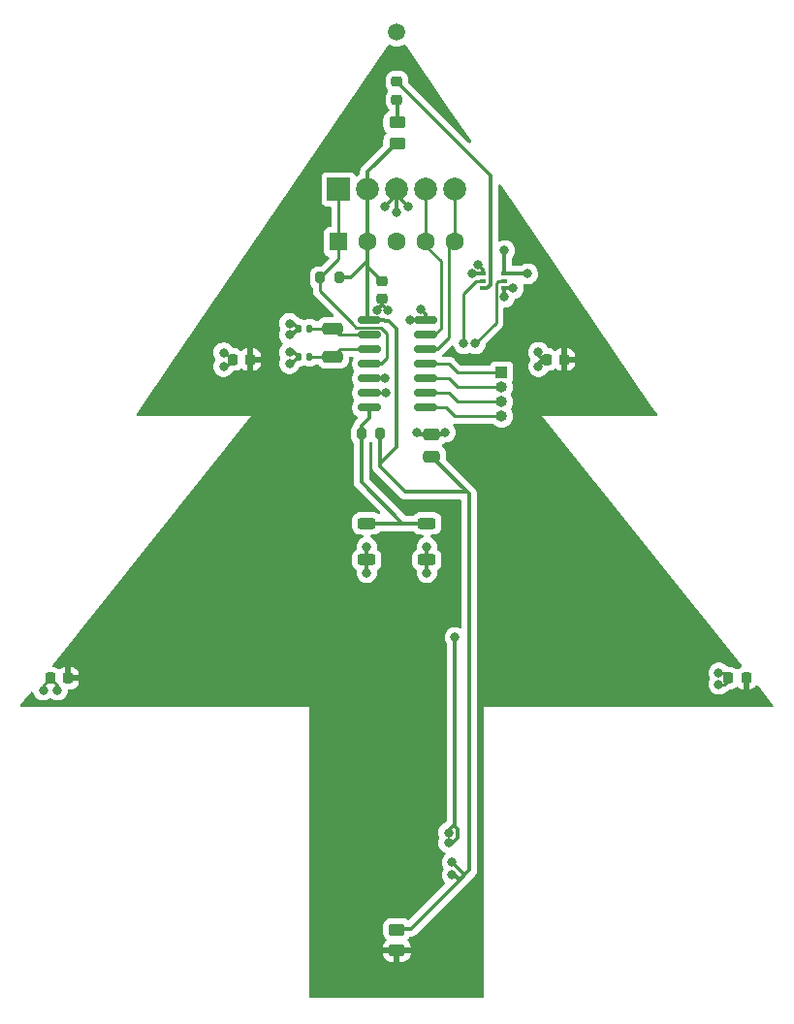
<source format=gtl>
%TF.GenerationSoftware,KiCad,Pcbnew,7.0.2-0*%
%TF.CreationDate,2024-07-21T16:06:54-04:00*%
%TF.ProjectId,Tree Ornanment 2024,54726565-204f-4726-9e61-6e6d656e7420,rev?*%
%TF.SameCoordinates,Original*%
%TF.FileFunction,Copper,L1,Top*%
%TF.FilePolarity,Positive*%
%FSLAX46Y46*%
G04 Gerber Fmt 4.6, Leading zero omitted, Abs format (unit mm)*
G04 Created by KiCad (PCBNEW 7.0.2-0) date 2024-07-21 16:06:54*
%MOMM*%
%LPD*%
G01*
G04 APERTURE LIST*
G04 Aperture macros list*
%AMRoundRect*
0 Rectangle with rounded corners*
0 $1 Rounding radius*
0 $2 $3 $4 $5 $6 $7 $8 $9 X,Y pos of 4 corners*
0 Add a 4 corners polygon primitive as box body*
4,1,4,$2,$3,$4,$5,$6,$7,$8,$9,$2,$3,0*
0 Add four circle primitives for the rounded corners*
1,1,$1+$1,$2,$3*
1,1,$1+$1,$4,$5*
1,1,$1+$1,$6,$7*
1,1,$1+$1,$8,$9*
0 Add four rect primitives between the rounded corners*
20,1,$1+$1,$2,$3,$4,$5,0*
20,1,$1+$1,$4,$5,$6,$7,0*
20,1,$1+$1,$6,$7,$8,$9,0*
20,1,$1+$1,$8,$9,$2,$3,0*%
G04 Aperture macros list end*
%TA.AperFunction,SMDPad,CuDef*%
%ADD10RoundRect,0.250000X0.450000X-0.262500X0.450000X0.262500X-0.450000X0.262500X-0.450000X-0.262500X0*%
%TD*%
%TA.AperFunction,SMDPad,CuDef*%
%ADD11RoundRect,0.200000X-0.200000X-0.275000X0.200000X-0.275000X0.200000X0.275000X-0.200000X0.275000X0*%
%TD*%
%TA.AperFunction,ComponentPad*%
%ADD12C,1.500000*%
%TD*%
%TA.AperFunction,ComponentPad*%
%ADD13R,1.600000X1.600000*%
%TD*%
%TA.AperFunction,ComponentPad*%
%ADD14C,1.600000*%
%TD*%
%TA.AperFunction,SMDPad,CuDef*%
%ADD15RoundRect,0.140000X0.140000X0.170000X-0.140000X0.170000X-0.140000X-0.170000X0.140000X-0.170000X0*%
%TD*%
%TA.AperFunction,SMDPad,CuDef*%
%ADD16RoundRect,0.250000X0.650000X-0.250000X0.650000X0.250000X-0.650000X0.250000X-0.650000X-0.250000X0*%
%TD*%
%TA.AperFunction,SMDPad,CuDef*%
%ADD17RoundRect,0.250000X-0.450000X0.262500X-0.450000X-0.262500X0.450000X-0.262500X0.450000X0.262500X0*%
%TD*%
%TA.AperFunction,SMDPad,CuDef*%
%ADD18RoundRect,0.218750X-0.218750X-0.256250X0.218750X-0.256250X0.218750X0.256250X-0.218750X0.256250X0*%
%TD*%
%TA.AperFunction,ComponentPad*%
%ADD19O,1.000000X1.000000*%
%TD*%
%TA.AperFunction,ComponentPad*%
%ADD20R,1.000000X1.000000*%
%TD*%
%TA.AperFunction,SMDPad,CuDef*%
%ADD21RoundRect,0.250000X-0.525000X-0.250000X0.525000X-0.250000X0.525000X0.250000X-0.525000X0.250000X0*%
%TD*%
%TA.AperFunction,SMDPad,CuDef*%
%ADD22RoundRect,0.218750X-0.256250X0.218750X-0.256250X-0.218750X0.256250X-0.218750X0.256250X0.218750X0*%
%TD*%
%TA.AperFunction,SMDPad,CuDef*%
%ADD23R,0.600000X0.420000*%
%TD*%
%TA.AperFunction,SMDPad,CuDef*%
%ADD24O,0.600000X0.420000*%
%TD*%
%TA.AperFunction,SMDPad,CuDef*%
%ADD25RoundRect,0.225000X-0.250000X0.225000X-0.250000X-0.225000X0.250000X-0.225000X0.250000X0.225000X0*%
%TD*%
%TA.AperFunction,SMDPad,CuDef*%
%ADD26RoundRect,0.150000X-0.825000X-0.150000X0.825000X-0.150000X0.825000X0.150000X-0.825000X0.150000X0*%
%TD*%
%TA.AperFunction,SMDPad,CuDef*%
%ADD27C,2.000000*%
%TD*%
%TA.AperFunction,SMDPad,CuDef*%
%ADD28R,2.000000X2.000000*%
%TD*%
%TA.AperFunction,SMDPad,CuDef*%
%ADD29RoundRect,0.250000X0.475000X-0.250000X0.475000X0.250000X-0.475000X0.250000X-0.475000X-0.250000X0*%
%TD*%
%TA.AperFunction,ViaPad*%
%ADD30C,0.800000*%
%TD*%
%TA.AperFunction,Conductor*%
%ADD31C,0.250000*%
%TD*%
%TA.AperFunction,Conductor*%
%ADD32C,0.350000*%
%TD*%
G04 APERTURE END LIST*
D10*
%TO.P,R4,1*%
%TO.N,+3V0*%
X139718000Y-75212500D03*
%TO.P,R4,2*%
%TO.N,Net-(D5-A)*%
X139718000Y-73387500D03*
%TD*%
D11*
%TO.P,R2,1*%
%TO.N,/BUTTON*%
X136589000Y-100584000D03*
%TO.P,R2,2*%
%TO.N,+3V0*%
X138239000Y-100584000D03*
%TD*%
D12*
%TO.P,REF\u002A\u002A,*%
%TO.N,*%
X139700000Y-65532000D03*
%TD*%
D13*
%TO.P,J1,1,Vpp*%
%TO.N,/MCLR*%
X134620000Y-83820000D03*
D14*
%TO.P,J1,2,Vdd*%
%TO.N,+3V0*%
X137160000Y-83820000D03*
%TO.P,J1,3,Vss*%
%TO.N,GND*%
X139700000Y-83820000D03*
%TO.P,J1,4,PGD*%
%TO.N,/DATA*%
X142240000Y-83820000D03*
%TO.P,J1,5,PGC*%
%TO.N,/CLK*%
X144780000Y-83820000D03*
%TD*%
D11*
%TO.P,R3,1*%
%TO.N,/MCLR*%
X132993000Y-86956000D03*
%TO.P,R3,2*%
%TO.N,+3V0*%
X134643000Y-86956000D03*
%TD*%
D15*
%TO.P,C4,1*%
%TO.N,/T1OSO*%
X132080000Y-93900000D03*
%TO.P,C4,2*%
%TO.N,GND*%
X131120000Y-93900000D03*
%TD*%
%TO.P,C3,1*%
%TO.N,/T1OSI*%
X132080000Y-91400000D03*
%TO.P,C3,2*%
%TO.N,GND*%
X131120000Y-91400000D03*
%TD*%
D16*
%TO.P,Y1,1,1*%
%TO.N,/T1OSO*%
X134112000Y-93892000D03*
%TO.P,Y1,2,2*%
%TO.N,/T1OSI*%
X134112000Y-91392000D03*
%TD*%
D17*
%TO.P,R1,1*%
%TO.N,+3V0*%
X139700000Y-143867500D03*
%TO.P,R1,2*%
%TO.N,Net-(D1-A)*%
X139700000Y-145692500D03*
%TD*%
D18*
%TO.P,D3,1,K*%
%TO.N,/ARR_CATH*%
X109423000Y-121920000D03*
%TO.P,D3,2,A*%
%TO.N,Net-(D1-A)*%
X110998000Y-121920000D03*
%TD*%
D19*
%TO.P,J3,4,4*%
%TO.N,Net-(U1-RC2)*%
X148844000Y-99060000D03*
%TO.P,J3,3,3*%
%TO.N,Net-(U1-RC1)*%
X148844000Y-97790000D03*
%TO.P,J3,2,2*%
%TO.N,Net-(U1-RC0)*%
X148844000Y-96520000D03*
D20*
%TO.P,J3,1,1*%
%TO.N,Net-(U1-RA2)*%
X148844000Y-95250000D03*
%TD*%
D21*
%TO.P,SW2,1,1*%
%TO.N,/BUTTON*%
X137075000Y-108400000D03*
%TO.P,SW2,2,2*%
X142325000Y-108400000D03*
%TO.P,SW2,3,3*%
%TO.N,GND*%
X137075000Y-111600000D03*
%TO.P,SW2,4,4*%
X142325000Y-111600000D03*
%TD*%
D18*
%TO.P,D1,1,K*%
%TO.N,/ARR_CATH*%
X125323500Y-94107000D03*
%TO.P,D1,2,A*%
%TO.N,Net-(D1-A)*%
X126898500Y-94107000D03*
%TD*%
D22*
%TO.P,D5,1,K*%
%TO.N,Net-(D5-K)*%
X139700000Y-69850000D03*
%TO.P,D5,2,A*%
%TO.N,Net-(D5-A)*%
X139700000Y-71425000D03*
%TD*%
D23*
%TO.P,Q1,1,S2*%
%TO.N,GND*%
X147197998Y-86584002D03*
D24*
%TO.P,Q1,2,G2*%
%TO.N,/PWM_OUT*%
X147197998Y-87234001D03*
%TO.P,Q1,3,D1*%
%TO.N,Net-(D5-K)*%
X147197998Y-87884000D03*
%TO.P,Q1,4,S1*%
%TO.N,GND*%
X149098000Y-87884000D03*
%TO.P,Q1,5,G1*%
%TO.N,/STAR_LED*%
X149098000Y-87234001D03*
%TO.P,Q1,6,D2*%
%TO.N,/ARR_CATH*%
X149098000Y-86584002D03*
%TD*%
D25*
%TO.P,C2,1*%
%TO.N,+3V0*%
X138430000Y-87230000D03*
%TO.P,C2,2*%
%TO.N,GND*%
X138430000Y-88780000D03*
%TD*%
D26*
%TO.P,U1,1,VDD*%
%TO.N,+3V0*%
X137290000Y-90678000D03*
%TO.P,U1,2,RA5*%
%TO.N,/T1OSI*%
X137290000Y-91948000D03*
%TO.P,U1,3,RA4*%
%TO.N,/T1OSO*%
X137290000Y-93218000D03*
%TO.P,U1,4,RA3*%
%TO.N,/MCLR*%
X137290000Y-94488000D03*
%TO.P,U1,5,RC5*%
%TO.N,/PWM_OUT*%
X137290000Y-95758000D03*
%TO.P,U1,6,RC4*%
%TO.N,/STAR_LED*%
X137290000Y-97028000D03*
%TO.P,U1,7,RC3*%
%TO.N,/BUTTON*%
X137290000Y-98298000D03*
%TO.P,U1,8,RC2*%
%TO.N,Net-(U1-RC2)*%
X142240000Y-98298000D03*
%TO.P,U1,9,RC1*%
%TO.N,Net-(U1-RC1)*%
X142240000Y-97028000D03*
%TO.P,U1,10,RC0*%
%TO.N,Net-(U1-RC0)*%
X142240000Y-95758000D03*
%TO.P,U1,11,RA2*%
%TO.N,Net-(U1-RA2)*%
X142240000Y-94488000D03*
%TO.P,U1,12,RA1*%
%TO.N,/CLK*%
X142240000Y-93218000D03*
%TO.P,U1,13,RA0*%
%TO.N,/DATA*%
X142240000Y-91948000D03*
%TO.P,U1,14,VSS*%
%TO.N,GND*%
X142240000Y-90678000D03*
%TD*%
D18*
%TO.P,D4,1,K*%
%TO.N,/ARR_CATH*%
X168630500Y-121920000D03*
%TO.P,D4,2,A*%
%TO.N,Net-(D1-A)*%
X170205500Y-121920000D03*
%TD*%
D27*
%TO.P,J2,5,PGC*%
%TO.N,/CLK*%
X144780000Y-79248000D03*
%TO.P,J2,4,PGD*%
%TO.N,/DATA*%
X142240000Y-79248000D03*
%TO.P,J2,3,Vss*%
%TO.N,GND*%
X139700000Y-79248000D03*
%TO.P,J2,2,Vdd*%
%TO.N,+3V0*%
X137160000Y-79248000D03*
D28*
%TO.P,J2,1,Vpp*%
%TO.N,/MCLR*%
X134620000Y-79248000D03*
%TD*%
D29*
%TO.P,C1,1*%
%TO.N,+3V0*%
X142748000Y-102550000D03*
%TO.P,C1,2*%
%TO.N,GND*%
X142748000Y-100650000D03*
%TD*%
D18*
%TO.P,D2,1,K*%
%TO.N,/ARR_CATH*%
X152755500Y-94107000D03*
%TO.P,D2,2,A*%
%TO.N,Net-(D1-A)*%
X154330500Y-94107000D03*
%TD*%
D30*
%TO.N,+3V0*%
X144518000Y-138000000D03*
X144518000Y-139100000D03*
%TO.N,GND*%
X130318000Y-90956000D03*
X138945378Y-89798751D03*
X141418000Y-100456000D03*
X137934500Y-89778500D03*
X137068000Y-110456000D03*
X142318000Y-112706000D03*
X130318000Y-93456000D03*
X146304000Y-86584002D03*
X149860000Y-87884000D03*
X137068000Y-112706000D03*
X141818000Y-89706000D03*
X149098000Y-88646000D03*
X130318000Y-94456000D03*
X140818000Y-90656000D03*
X130318000Y-91956000D03*
X142318000Y-110456000D03*
X143943000Y-100456000D03*
X139700000Y-81280000D03*
X138684000Y-80772000D03*
X146812000Y-85852000D03*
X140716000Y-80772000D03*
%TO.N,/PWM_OUT*%
X145542000Y-92710000D03*
X138684000Y-95758000D03*
%TO.N,/BAT+*%
X144780000Y-118364000D03*
X144218000Y-135400000D03*
X144218000Y-136300000D03*
%TO.N,/STAR_LED*%
X146558000Y-92710000D03*
X138775775Y-97028000D03*
%TO.N,/ARR_CATH*%
X167818000Y-122456000D03*
X167818000Y-121456000D03*
X149098000Y-84582000D03*
X108818000Y-122956000D03*
X151130000Y-86614000D03*
X124568000Y-94706000D03*
X124568000Y-93500000D03*
X152068000Y-94706000D03*
X110068000Y-122956000D03*
X152068000Y-93456000D03*
%TD*%
D31*
%TO.N,Net-(D1-A)*%
X126873000Y-93878500D02*
X126898500Y-93853000D01*
X126898500Y-93853000D02*
X127000000Y-93954500D01*
X154305000Y-94081500D02*
X154330500Y-94107000D01*
D32*
%TO.N,+3V0*%
X138430000Y-87230000D02*
X137160000Y-85960000D01*
X139700000Y-101727000D02*
X139700000Y-91440000D01*
X138603984Y-90678000D02*
X137290000Y-90678000D01*
X140918000Y-143800000D02*
X139767500Y-143800000D01*
X137160000Y-83820000D02*
X137160000Y-79248000D01*
X137160000Y-85456000D02*
X137160000Y-83820000D01*
X137160000Y-79248000D02*
X137160000Y-77683000D01*
X146019500Y-105821500D02*
X142748000Y-102550000D01*
X144518000Y-138000000D02*
X145618000Y-139100000D01*
X146050000Y-137900000D02*
X146050000Y-105852000D01*
X137160000Y-85960000D02*
X137160000Y-85456000D01*
X145168000Y-139550000D02*
X144718000Y-139100000D01*
X140462000Y-105664000D02*
X145862000Y-105664000D01*
X145168000Y-139550000D02*
X145618000Y-139100000D01*
X138616984Y-90691000D02*
X138603984Y-90678000D01*
X135660000Y-86956000D02*
X137160000Y-85456000D01*
D31*
X145862000Y-105664000D02*
X146019500Y-105821500D01*
D32*
X145618000Y-139100000D02*
X146050000Y-138668000D01*
X137160000Y-83820000D02*
X137160000Y-90548000D01*
D31*
X146050000Y-105852000D02*
X146019500Y-105821500D01*
D32*
X139767500Y-143800000D02*
X139700000Y-143867500D01*
X146050000Y-138668000D02*
X146050000Y-137900000D01*
X138951000Y-90691000D02*
X138616984Y-90691000D01*
X138239000Y-103441000D02*
X140462000Y-105664000D01*
X138239000Y-100584000D02*
X138239000Y-103441000D01*
X139700000Y-91440000D02*
X138951000Y-90691000D01*
X137160000Y-90548000D02*
X137290000Y-90678000D01*
X134643000Y-86956000D02*
X135660000Y-86956000D01*
X138239000Y-103188000D02*
X139700000Y-101727000D01*
X145168000Y-139550000D02*
X140918000Y-143800000D01*
X137160000Y-77683000D02*
X139718000Y-75125000D01*
X144718000Y-139100000D02*
X144518000Y-139100000D01*
%TO.N,GND*%
X140716000Y-80772000D02*
X139700000Y-79756000D01*
X138430000Y-89283000D02*
X138430000Y-88780000D01*
X142325000Y-111600000D02*
X142325000Y-112699000D01*
X137934500Y-89778500D02*
X138430000Y-89283000D01*
X146304000Y-86584002D02*
X147197998Y-86584002D01*
X141418000Y-100456000D02*
X141612000Y-100650000D01*
X130564000Y-91956000D02*
X131120000Y-91400000D01*
X149098000Y-87884000D02*
X149860000Y-87884000D01*
X130318000Y-90956000D02*
X130676000Y-90956000D01*
X130318000Y-93456000D02*
X130676000Y-93456000D01*
X149098000Y-88646000D02*
X149098000Y-87884000D01*
X130318000Y-94456000D02*
X130564000Y-94456000D01*
X130676000Y-93456000D02*
X131120000Y-93900000D01*
X138684000Y-80772000D02*
X139700000Y-79756000D01*
X147197998Y-86237998D02*
X146812000Y-85852000D01*
X140840000Y-90678000D02*
X142240000Y-90678000D01*
X143749000Y-100650000D02*
X142748000Y-100650000D01*
X142325000Y-111600000D02*
X142325000Y-110463000D01*
X137075000Y-111600000D02*
X137075000Y-110463000D01*
X141818000Y-89706000D02*
X142240000Y-90128000D01*
X138430000Y-89283373D02*
X138430000Y-88780000D01*
X142325000Y-110463000D02*
X142318000Y-110456000D01*
X143943000Y-100456000D02*
X143749000Y-100650000D01*
X137075000Y-111600000D02*
X137075000Y-112699000D01*
X138945378Y-89798751D02*
X138430000Y-89283373D01*
X130318000Y-91956000D02*
X130564000Y-91956000D01*
X137075000Y-110463000D02*
X137068000Y-110456000D01*
X147197998Y-86584002D02*
X147197998Y-86237998D01*
X130676000Y-90956000D02*
X131120000Y-91400000D01*
X139700000Y-79756000D02*
X139700000Y-79248000D01*
X142240000Y-90128000D02*
X142240000Y-90678000D01*
X142325000Y-112699000D02*
X142318000Y-112706000D01*
X130564000Y-94456000D02*
X131120000Y-93900000D01*
X139700000Y-81280000D02*
X139700000Y-79248000D01*
X137075000Y-112699000D02*
X137068000Y-112706000D01*
X140818000Y-90656000D02*
X140840000Y-90678000D01*
X141612000Y-100650000D02*
X142748000Y-100650000D01*
D31*
%TO.N,/T1OSI*%
X134668000Y-91948000D02*
X137290000Y-91948000D01*
X134112000Y-91392000D02*
X134668000Y-91948000D01*
X132080000Y-91400000D02*
X134004000Y-91400000D01*
X134004000Y-91400000D02*
X134012000Y-91392000D01*
%TO.N,/T1OSO*%
X132080000Y-93900000D02*
X134104000Y-93900000D01*
X134112000Y-93892000D02*
X134786000Y-93218000D01*
X134104000Y-93900000D02*
X134112000Y-93892000D01*
X134786000Y-93218000D02*
X137290000Y-93218000D01*
%TO.N,/DATA*%
X143540000Y-85501000D02*
X143540000Y-91410000D01*
X142240000Y-83820000D02*
X142240000Y-79248000D01*
X143540000Y-91410000D02*
X143002000Y-91948000D01*
X142240000Y-83820000D02*
X142240000Y-84201000D01*
X142240000Y-84201000D02*
X143540000Y-85501000D01*
X143002000Y-91948000D02*
X142240000Y-91948000D01*
%TO.N,/CLK*%
X144272000Y-92202000D02*
X144272000Y-84328000D01*
X142240000Y-93218000D02*
X143256000Y-93218000D01*
X144272000Y-84328000D02*
X144780000Y-83820000D01*
X144780000Y-83820000D02*
X144780000Y-79248000D01*
X143256000Y-93218000D02*
X144272000Y-92202000D01*
%TO.N,/PWM_OUT*%
X137290000Y-95758000D02*
X138684000Y-95758000D01*
X146647998Y-87234001D02*
X147197998Y-87234001D01*
X145542000Y-91694000D02*
X145542000Y-88339999D01*
X145542000Y-92710000D02*
X145542000Y-91694000D01*
X145542000Y-88339999D02*
X146647998Y-87234001D01*
D32*
%TO.N,/BAT+*%
X144580000Y-134838000D02*
X144780000Y-134838000D01*
X144218000Y-136300000D02*
X144618000Y-136300000D01*
X144218000Y-135200000D02*
X144580000Y-134838000D01*
X145018000Y-135076000D02*
X144780000Y-134838000D01*
X145018000Y-135900000D02*
X145018000Y-135076000D01*
X144780000Y-118364000D02*
X144780000Y-134838000D01*
X144218000Y-135400000D02*
X144218000Y-135200000D01*
X144618000Y-136300000D02*
X145018000Y-135900000D01*
%TO.N,/BUTTON*%
X137665000Y-108400000D02*
X140208000Y-108400000D01*
X136589000Y-100584000D02*
X136589000Y-99885000D01*
X136589000Y-104781000D02*
X140208000Y-108400000D01*
X140208000Y-108400000D02*
X142915000Y-108400000D01*
X136589000Y-100584000D02*
X136589000Y-104781000D01*
X136589000Y-99885000D02*
X137290000Y-99184000D01*
X137290000Y-99184000D02*
X137290000Y-98298000D01*
D31*
%TO.N,/STAR_LED*%
X148372998Y-90895002D02*
X148372998Y-87409003D01*
X138775775Y-97028000D02*
X137290000Y-97028000D01*
X146558000Y-92710000D02*
X148372998Y-90895002D01*
X148548000Y-87234001D02*
X149098000Y-87234001D01*
X148372998Y-87409003D02*
X148548000Y-87234001D01*
%TO.N,/MCLR*%
X137290000Y-94488000D02*
X138303000Y-94488000D01*
X138303000Y-94488000D02*
X138811000Y-93980000D01*
X136134000Y-91303000D02*
X135763000Y-90932000D01*
X132993000Y-86956000D02*
X134620000Y-85329000D01*
X135763000Y-90901000D02*
X132993000Y-88131000D01*
X132993000Y-88131000D02*
X132993000Y-86956000D01*
X134620000Y-83820000D02*
X134620000Y-79248000D01*
X134620000Y-85329000D02*
X134620000Y-83820000D01*
X138811000Y-91821000D02*
X138293000Y-91303000D01*
X135763000Y-90932000D02*
X135763000Y-90901000D01*
X138293000Y-91303000D02*
X136134000Y-91303000D01*
X138811000Y-93980000D02*
X138811000Y-91821000D01*
%TO.N,Net-(U1-RC0)*%
X145034000Y-96520000D02*
X144272000Y-95758000D01*
X145034000Y-96520000D02*
X148844000Y-96520000D01*
X144272000Y-95758000D02*
X142240000Y-95758000D01*
%TO.N,Net-(U1-RC1)*%
X145034000Y-97790000D02*
X144272000Y-97028000D01*
X144272000Y-97028000D02*
X142240000Y-97028000D01*
X145034000Y-97790000D02*
X148844000Y-97790000D01*
%TO.N,Net-(U1-RC2)*%
X144780000Y-99060000D02*
X148844000Y-99060000D01*
X142240000Y-98298000D02*
X144018000Y-98298000D01*
X144018000Y-98298000D02*
X144780000Y-99060000D01*
%TO.N,/ARR_CATH*%
X124724500Y-94706000D02*
X125323500Y-94107000D01*
X168630500Y-121768500D02*
X168630500Y-121920000D01*
X168318000Y-121456000D02*
X168630500Y-121768500D01*
X124716500Y-93500000D02*
X125323500Y-94107000D01*
X108818000Y-122525000D02*
X109423000Y-121920000D01*
X168318000Y-122456000D02*
X168630500Y-122143500D01*
X124568000Y-93500000D02*
X124716500Y-93500000D01*
X108818000Y-122956000D02*
X108818000Y-122525000D01*
D32*
X151100002Y-86584002D02*
X149098000Y-86584002D01*
D31*
X110068000Y-122565000D02*
X109423000Y-121920000D01*
X110068000Y-122956000D02*
X110068000Y-122565000D01*
X167818000Y-121456000D02*
X168318000Y-121456000D01*
D32*
X149098000Y-84582000D02*
X149098000Y-86584002D01*
X152068000Y-94456000D02*
X152417000Y-94107000D01*
X152068000Y-94706000D02*
X152068000Y-94456000D01*
D31*
X167818000Y-122456000D02*
X168318000Y-122456000D01*
D32*
X152068000Y-93456000D02*
X152068000Y-93706000D01*
X152068000Y-93706000D02*
X152469000Y-94107000D01*
D31*
X168630500Y-122143500D02*
X168630500Y-121920000D01*
D32*
X151130000Y-86614000D02*
X151100002Y-86584002D01*
%TO.N,Net-(D5-K)*%
X147197998Y-87884000D02*
X147574000Y-87884000D01*
X147872998Y-78022998D02*
X139700000Y-69850000D01*
X147872998Y-87585002D02*
X147872998Y-78022998D01*
X147574000Y-87884000D02*
X147872998Y-87585002D01*
%TO.N,Net-(D5-A)*%
X139718000Y-73475000D02*
X139718000Y-71443000D01*
D31*
X139718000Y-71443000D02*
X139700000Y-71425000D01*
%TO.N,Net-(U1-RA2)*%
X145042952Y-95258952D02*
X145051904Y-95250000D01*
X145051904Y-95250000D02*
X148844000Y-95250000D01*
X142240000Y-94488000D02*
X144272000Y-94488000D01*
X144272000Y-94488000D02*
X145042952Y-95258952D01*
%TD*%
%TA.AperFunction,Conductor*%
%TO.N,Net-(D1-A)*%
G36*
X140451172Y-66641478D02*
G01*
X140473165Y-66665976D01*
X144173334Y-72092890D01*
X146160780Y-75007811D01*
X146182282Y-75074290D01*
X146164429Y-75141840D01*
X146112890Y-75189016D01*
X146044028Y-75200838D01*
X145979706Y-75173553D01*
X145970647Y-75165346D01*
X140711819Y-69906518D01*
X140678334Y-69845195D01*
X140675500Y-69818837D01*
X140675500Y-69586474D01*
X140675500Y-69583326D01*
X140665436Y-69484815D01*
X140612549Y-69325213D01*
X140524281Y-69182109D01*
X140524280Y-69182108D01*
X140524279Y-69182106D01*
X140405393Y-69063220D01*
X140262285Y-68974950D01*
X140102685Y-68922063D01*
X140007306Y-68912319D01*
X140007287Y-68912318D01*
X140004174Y-68912000D01*
X139395826Y-68912000D01*
X139392713Y-68912317D01*
X139392693Y-68912319D01*
X139297314Y-68922063D01*
X139137714Y-68974950D01*
X138994606Y-69063220D01*
X138875720Y-69182106D01*
X138787450Y-69325214D01*
X138734563Y-69484814D01*
X138724819Y-69580193D01*
X138724817Y-69580213D01*
X138724500Y-69583326D01*
X138724500Y-70116674D01*
X138724818Y-70119787D01*
X138724819Y-70119806D01*
X138734563Y-70215185D01*
X138787450Y-70374785D01*
X138875720Y-70517893D01*
X138907646Y-70549819D01*
X138941131Y-70611142D01*
X138936147Y-70680834D01*
X138907646Y-70725181D01*
X138875720Y-70757106D01*
X138787450Y-70900214D01*
X138734563Y-71059814D01*
X138724819Y-71155193D01*
X138724817Y-71155213D01*
X138724500Y-71158326D01*
X138724500Y-71691674D01*
X138724818Y-71694787D01*
X138724819Y-71694806D01*
X138734563Y-71790185D01*
X138784144Y-71939808D01*
X138787451Y-71949787D01*
X138875719Y-72092891D01*
X138994609Y-72211781D01*
X138994611Y-72211782D01*
X139004858Y-72222029D01*
X139001733Y-72225153D01*
X139030320Y-72256934D01*
X139042500Y-72310527D01*
X139042500Y-72319551D01*
X139022815Y-72386590D01*
X138970011Y-72432345D01*
X138957507Y-72437256D01*
X138948666Y-72440185D01*
X138799342Y-72532288D01*
X138675288Y-72656342D01*
X138583186Y-72805665D01*
X138528000Y-72972202D01*
X138517819Y-73071858D01*
X138517817Y-73071878D01*
X138517500Y-73074991D01*
X138517500Y-73078138D01*
X138517500Y-73078139D01*
X138517500Y-73696858D01*
X138517500Y-73696877D01*
X138517501Y-73700008D01*
X138517820Y-73703140D01*
X138517821Y-73703141D01*
X138528000Y-73802796D01*
X138583186Y-73969334D01*
X138675288Y-74118657D01*
X138768950Y-74212319D01*
X138802435Y-74273642D01*
X138797451Y-74343334D01*
X138768950Y-74387681D01*
X138675288Y-74481342D01*
X138583186Y-74630665D01*
X138528000Y-74797202D01*
X138517819Y-74896858D01*
X138517817Y-74896878D01*
X138517500Y-74899991D01*
X138517500Y-74903138D01*
X138517500Y-74903139D01*
X138517500Y-75318835D01*
X138497815Y-75385874D01*
X138481181Y-75406516D01*
X136699424Y-77188273D01*
X136693972Y-77193406D01*
X136650668Y-77231770D01*
X136617800Y-77279387D01*
X136613363Y-77285417D01*
X136577673Y-77330973D01*
X136573824Y-77339524D01*
X136562807Y-77359058D01*
X136557481Y-77366775D01*
X136536965Y-77420868D01*
X136534102Y-77427782D01*
X136510349Y-77480562D01*
X136508661Y-77489776D01*
X136502638Y-77511383D01*
X136499310Y-77520157D01*
X136492333Y-77577612D01*
X136491207Y-77585011D01*
X136480780Y-77641912D01*
X136484274Y-77699663D01*
X136484500Y-77707150D01*
X136484500Y-77833539D01*
X136464815Y-77900578D01*
X136419518Y-77942593D01*
X136336494Y-77987524D01*
X136336492Y-77987525D01*
X136336491Y-77987526D01*
X136313181Y-78005669D01*
X136253213Y-78052344D01*
X136188219Y-78077986D01*
X136119679Y-78064419D01*
X136069354Y-78015951D01*
X136065786Y-78008328D01*
X136063796Y-78005670D01*
X136063796Y-78005669D01*
X135977546Y-77890454D01*
X135862331Y-77804204D01*
X135727483Y-77753909D01*
X135667873Y-77747500D01*
X135664550Y-77747500D01*
X133575439Y-77747500D01*
X133575420Y-77747500D01*
X133572128Y-77747501D01*
X133568848Y-77747853D01*
X133568840Y-77747854D01*
X133512515Y-77753909D01*
X133377669Y-77804204D01*
X133262454Y-77890454D01*
X133176204Y-78005668D01*
X133149232Y-78077986D01*
X133125909Y-78140517D01*
X133119500Y-78200127D01*
X133119500Y-78203448D01*
X133119500Y-78203449D01*
X133119500Y-80292560D01*
X133119500Y-80292578D01*
X133119501Y-80295872D01*
X133119853Y-80299152D01*
X133119854Y-80299159D01*
X133125909Y-80355484D01*
X133149161Y-80417825D01*
X133176204Y-80490331D01*
X133262454Y-80605546D01*
X133377669Y-80691796D01*
X133512517Y-80742091D01*
X133572127Y-80748500D01*
X133870500Y-80748499D01*
X133937539Y-80768183D01*
X133983294Y-80820987D01*
X133994500Y-80872499D01*
X133994500Y-82395500D01*
X133974815Y-82462539D01*
X133922011Y-82508294D01*
X133870501Y-82519500D01*
X133775439Y-82519500D01*
X133775420Y-82519500D01*
X133772128Y-82519501D01*
X133768848Y-82519853D01*
X133768840Y-82519854D01*
X133712515Y-82525909D01*
X133577669Y-82576204D01*
X133462454Y-82662454D01*
X133376204Y-82777668D01*
X133325910Y-82912515D01*
X133325909Y-82912517D01*
X133319500Y-82972127D01*
X133319500Y-82975448D01*
X133319500Y-82975449D01*
X133319500Y-84664560D01*
X133319500Y-84664578D01*
X133319501Y-84667872D01*
X133319853Y-84671152D01*
X133319854Y-84671159D01*
X133325417Y-84722909D01*
X133325909Y-84727483D01*
X133376204Y-84862331D01*
X133462454Y-84977546D01*
X133577669Y-85063796D01*
X133704935Y-85111263D01*
X133760868Y-85153135D01*
X133785285Y-85218599D01*
X133770433Y-85286872D01*
X133749282Y-85315126D01*
X133120228Y-85944181D01*
X133058905Y-85977666D01*
X133032547Y-85980500D01*
X132736384Y-85980500D01*
X132733580Y-85980754D01*
X132733575Y-85980755D01*
X132665806Y-85986913D01*
X132584598Y-86012217D01*
X132503394Y-86037522D01*
X132503392Y-86037522D01*
X132503392Y-86037523D01*
X132357813Y-86125528D01*
X132237528Y-86245813D01*
X132178779Y-86342997D01*
X132149522Y-86391394D01*
X132136859Y-86432031D01*
X132098913Y-86553806D01*
X132092755Y-86621575D01*
X132092500Y-86624384D01*
X132092500Y-87287616D01*
X132092754Y-87290420D01*
X132092755Y-87290424D01*
X132098913Y-87358193D01*
X132098914Y-87358196D01*
X132149522Y-87520606D01*
X132168000Y-87551172D01*
X132216696Y-87631726D01*
X132237528Y-87666185D01*
X132331182Y-87759839D01*
X132364666Y-87821160D01*
X132367500Y-87847519D01*
X132367500Y-88048255D01*
X132365235Y-88068766D01*
X132367438Y-88138874D01*
X132367499Y-88142763D01*
X132367499Y-88166461D01*
X132367499Y-88166474D01*
X132367500Y-88170350D01*
X132367986Y-88174202D01*
X132367987Y-88174211D01*
X132368004Y-88174343D01*
X132368918Y-88185967D01*
X132370290Y-88229626D01*
X132375879Y-88248860D01*
X132379825Y-88267916D01*
X132382335Y-88287792D01*
X132398414Y-88328404D01*
X132402197Y-88339451D01*
X132414382Y-88381391D01*
X132424580Y-88398635D01*
X132433136Y-88416100D01*
X132440514Y-88434732D01*
X132440515Y-88434733D01*
X132466180Y-88470059D01*
X132472593Y-88479822D01*
X132494826Y-88517416D01*
X132494829Y-88517419D01*
X132494830Y-88517420D01*
X132508995Y-88531585D01*
X132521627Y-88546375D01*
X132533406Y-88562587D01*
X132567058Y-88590426D01*
X132575699Y-88598289D01*
X134157229Y-90179819D01*
X134190714Y-90241142D01*
X134185730Y-90310834D01*
X134143858Y-90366767D01*
X134078394Y-90391184D01*
X134069548Y-90391500D01*
X133415141Y-90391500D01*
X133415121Y-90391500D01*
X133411992Y-90391501D01*
X133408860Y-90391820D01*
X133408858Y-90391821D01*
X133309203Y-90402000D01*
X133142665Y-90457186D01*
X132993345Y-90549286D01*
X132906721Y-90635911D01*
X132869288Y-90673344D01*
X132843225Y-90715598D01*
X132791279Y-90762321D01*
X132737688Y-90774500D01*
X132721667Y-90774500D01*
X132654628Y-90754815D01*
X132633986Y-90738181D01*
X132615688Y-90719883D01*
X132476394Y-90637505D01*
X132320996Y-90592357D01*
X132287124Y-90589691D01*
X132287110Y-90589690D01*
X132284690Y-90589500D01*
X131875310Y-90589500D01*
X131872890Y-90589690D01*
X131872875Y-90589691D01*
X131839005Y-90592357D01*
X131683606Y-90637505D01*
X131673445Y-90643513D01*
X131663118Y-90649621D01*
X131595396Y-90666802D01*
X131536881Y-90649621D01*
X131516395Y-90637506D01*
X131516394Y-90637505D01*
X131516393Y-90637505D01*
X131360994Y-90592357D01*
X131327124Y-90589691D01*
X131327110Y-90589690D01*
X131324690Y-90589500D01*
X131322245Y-90589500D01*
X131316163Y-90589500D01*
X131249124Y-90569815D01*
X131228482Y-90553181D01*
X131170727Y-90495426D01*
X131165608Y-90489989D01*
X131127229Y-90446668D01*
X131079611Y-90413800D01*
X131073577Y-90409360D01*
X131064183Y-90402000D01*
X131028028Y-90373674D01*
X131028026Y-90373673D01*
X131019476Y-90369824D01*
X130999934Y-90358802D01*
X130991008Y-90352641D01*
X130969297Y-90333562D01*
X130923870Y-90283110D01*
X130770730Y-90171848D01*
X130597802Y-90094855D01*
X130412648Y-90055500D01*
X130412646Y-90055500D01*
X130223354Y-90055500D01*
X130223352Y-90055500D01*
X130038197Y-90094855D01*
X129865269Y-90171848D01*
X129712129Y-90283110D01*
X129585466Y-90423783D01*
X129490820Y-90587715D01*
X129432326Y-90767742D01*
X129412540Y-90956000D01*
X129432326Y-91144257D01*
X129490820Y-91324284D01*
X129531071Y-91394000D01*
X129547544Y-91461900D01*
X129531071Y-91518000D01*
X129490820Y-91587715D01*
X129432326Y-91767742D01*
X129412540Y-91955999D01*
X129432326Y-92144257D01*
X129490820Y-92324284D01*
X129585464Y-92488213D01*
X129585467Y-92488216D01*
X129706854Y-92623030D01*
X129737083Y-92686019D01*
X129728458Y-92755354D01*
X129706856Y-92788968D01*
X129666703Y-92833563D01*
X129585464Y-92923786D01*
X129490820Y-93087715D01*
X129432326Y-93267742D01*
X129412751Y-93453995D01*
X129412540Y-93456000D01*
X129421864Y-93544713D01*
X129432326Y-93644257D01*
X129490820Y-93824284D01*
X129531071Y-93894000D01*
X129547544Y-93961900D01*
X129531071Y-94018000D01*
X129490820Y-94087715D01*
X129432326Y-94267742D01*
X129412540Y-94456000D01*
X129432326Y-94644257D01*
X129490820Y-94824284D01*
X129585466Y-94988216D01*
X129712129Y-95128889D01*
X129865269Y-95240151D01*
X130038197Y-95317144D01*
X130223352Y-95356500D01*
X130223354Y-95356500D01*
X130412648Y-95356500D01*
X130536083Y-95330262D01*
X130597803Y-95317144D01*
X130770730Y-95240151D01*
X130902383Y-95144500D01*
X130923870Y-95128889D01*
X130923871Y-95128888D01*
X131050533Y-94988216D01*
X131129044Y-94852228D01*
X131148747Y-94826553D01*
X131228484Y-94746818D01*
X131289807Y-94713333D01*
X131316164Y-94710500D01*
X131322245Y-94710500D01*
X131324690Y-94710500D01*
X131360993Y-94707643D01*
X131493014Y-94669287D01*
X131516392Y-94662495D01*
X131516392Y-94662494D01*
X131516395Y-94662494D01*
X131536879Y-94650379D01*
X131604600Y-94633196D01*
X131663119Y-94650379D01*
X131683605Y-94662494D01*
X131683607Y-94662495D01*
X131839003Y-94707642D01*
X131839007Y-94707643D01*
X131875310Y-94710500D01*
X131877755Y-94710500D01*
X132282245Y-94710500D01*
X132284690Y-94710500D01*
X132320993Y-94707643D01*
X132476395Y-94662494D01*
X132615687Y-94580117D01*
X132615688Y-94580115D01*
X132633986Y-94561819D01*
X132695309Y-94528334D01*
X132721667Y-94525500D01*
X132747557Y-94525500D01*
X132814596Y-94545185D01*
X132853095Y-94584403D01*
X132855971Y-94589066D01*
X132869286Y-94610654D01*
X132993345Y-94734713D01*
X133012971Y-94746818D01*
X133142666Y-94826814D01*
X133254016Y-94863712D01*
X133309202Y-94881999D01*
X133408858Y-94892180D01*
X133408859Y-94892180D01*
X133411991Y-94892500D01*
X134812008Y-94892499D01*
X134914797Y-94881999D01*
X135081334Y-94826814D01*
X135230656Y-94734712D01*
X135354712Y-94610656D01*
X135446814Y-94461334D01*
X135501999Y-94294797D01*
X135512500Y-94192009D01*
X135512499Y-93967499D01*
X135532183Y-93900461D01*
X135584987Y-93854706D01*
X135636499Y-93843500D01*
X135784308Y-93843500D01*
X135851347Y-93863185D01*
X135897102Y-93915989D01*
X135907046Y-93985147D01*
X135891040Y-94030621D01*
X135863255Y-94077602D01*
X135817402Y-94235427D01*
X135814691Y-94269871D01*
X135814690Y-94269886D01*
X135814500Y-94272306D01*
X135814500Y-94703694D01*
X135814690Y-94706114D01*
X135814691Y-94706128D01*
X135817402Y-94740572D01*
X135863255Y-94898397D01*
X135954893Y-95053348D01*
X135952870Y-95054543D01*
X135975858Y-95096642D01*
X135970874Y-95166334D01*
X135954216Y-95192252D01*
X135954893Y-95192652D01*
X135863255Y-95347602D01*
X135817402Y-95505427D01*
X135814691Y-95539871D01*
X135814690Y-95539886D01*
X135814500Y-95542306D01*
X135814500Y-95973694D01*
X135814690Y-95976114D01*
X135814691Y-95976128D01*
X135817402Y-96010572D01*
X135863255Y-96168397D01*
X135954893Y-96323348D01*
X135952870Y-96324543D01*
X135975858Y-96366642D01*
X135970874Y-96436334D01*
X135954216Y-96462252D01*
X135954893Y-96462652D01*
X135863255Y-96617602D01*
X135817402Y-96775427D01*
X135814691Y-96809871D01*
X135814690Y-96809886D01*
X135814500Y-96812306D01*
X135814500Y-97243694D01*
X135814690Y-97246114D01*
X135814691Y-97246128D01*
X135817402Y-97280572D01*
X135863255Y-97438397D01*
X135954893Y-97593348D01*
X135952870Y-97594543D01*
X135975858Y-97636642D01*
X135970874Y-97706334D01*
X135954216Y-97732252D01*
X135954893Y-97732652D01*
X135863255Y-97887602D01*
X135817402Y-98045427D01*
X135814691Y-98079871D01*
X135814690Y-98079886D01*
X135814500Y-98082306D01*
X135814500Y-98513694D01*
X135814690Y-98516114D01*
X135814691Y-98516128D01*
X135817402Y-98550572D01*
X135863255Y-98708397D01*
X135863256Y-98708398D01*
X135946919Y-98849865D01*
X136063135Y-98966081D01*
X136204602Y-99049744D01*
X136208095Y-99050758D01*
X136266980Y-99088364D01*
X136296187Y-99151836D01*
X136286442Y-99221023D01*
X136261181Y-99257516D01*
X136128424Y-99390273D01*
X136122972Y-99395406D01*
X136079668Y-99433770D01*
X136046800Y-99481387D01*
X136042363Y-99487417D01*
X136006673Y-99532973D01*
X136002824Y-99541524D01*
X135991807Y-99561058D01*
X135986481Y-99568775D01*
X135965965Y-99622868D01*
X135963102Y-99629782D01*
X135939349Y-99682562D01*
X135937661Y-99691776D01*
X135931638Y-99713383D01*
X135928310Y-99722157D01*
X135925607Y-99744418D01*
X135897983Y-99808595D01*
X135890195Y-99817146D01*
X135833527Y-99873814D01*
X135745523Y-100019392D01*
X135694913Y-100181806D01*
X135688755Y-100249575D01*
X135688500Y-100252384D01*
X135688500Y-100915616D01*
X135688754Y-100918420D01*
X135688755Y-100918424D01*
X135694913Y-100986193D01*
X135694914Y-100986196D01*
X135745522Y-101148606D01*
X135745523Y-101148607D01*
X135833528Y-101294186D01*
X135877180Y-101337837D01*
X135910666Y-101399160D01*
X135913500Y-101425519D01*
X135913500Y-104756849D01*
X135913274Y-104764336D01*
X135909780Y-104822087D01*
X135920207Y-104878987D01*
X135921334Y-104886386D01*
X135928312Y-104943847D01*
X135931636Y-104952612D01*
X135937660Y-104974223D01*
X135939348Y-104983436D01*
X135951643Y-105010754D01*
X135963101Y-105036215D01*
X135965960Y-105043117D01*
X135986482Y-105097227D01*
X135991804Y-105104938D01*
X136002824Y-105124476D01*
X136006673Y-105133026D01*
X136006674Y-105133028D01*
X136023626Y-105154665D01*
X136042360Y-105178577D01*
X136046800Y-105184611D01*
X136079668Y-105232229D01*
X136122989Y-105270608D01*
X136128426Y-105275727D01*
X138209255Y-107356556D01*
X138242740Y-107417879D01*
X138237756Y-107487571D01*
X138195884Y-107543504D01*
X138130420Y-107567921D01*
X138062147Y-107553069D01*
X138056478Y-107549776D01*
X137919334Y-107465186D01*
X137752797Y-107410000D01*
X137653141Y-107399819D01*
X137653122Y-107399818D01*
X137650009Y-107399500D01*
X137646860Y-107399500D01*
X136503140Y-107399500D01*
X136503120Y-107399500D01*
X136499992Y-107399501D01*
X136496860Y-107399820D01*
X136496858Y-107399821D01*
X136397203Y-107410000D01*
X136230665Y-107465186D01*
X136081342Y-107557288D01*
X135957288Y-107681342D01*
X135865186Y-107830665D01*
X135810000Y-107997202D01*
X135799819Y-108096858D01*
X135799817Y-108096878D01*
X135799500Y-108099991D01*
X135799500Y-108103138D01*
X135799500Y-108103139D01*
X135799500Y-108696858D01*
X135799500Y-108696877D01*
X135799501Y-108700008D01*
X135799820Y-108703140D01*
X135799821Y-108703141D01*
X135810000Y-108802796D01*
X135865186Y-108969334D01*
X135957288Y-109118657D01*
X136081342Y-109242711D01*
X136081344Y-109242712D01*
X136230666Y-109334814D01*
X136342017Y-109371712D01*
X136397202Y-109389999D01*
X136496858Y-109400180D01*
X136496859Y-109400180D01*
X136499991Y-109400500D01*
X136641355Y-109400499D01*
X136708393Y-109420183D01*
X136754148Y-109472987D01*
X136764092Y-109542145D01*
X136735068Y-109605701D01*
X136691791Y-109637778D01*
X136615268Y-109671849D01*
X136462129Y-109783110D01*
X136335466Y-109923783D01*
X136240820Y-110087715D01*
X136182326Y-110267742D01*
X136162540Y-110456000D01*
X136179183Y-110614353D01*
X136166613Y-110683083D01*
X136120959Y-110732852D01*
X136081343Y-110757287D01*
X135957288Y-110881342D01*
X135865186Y-111030665D01*
X135810000Y-111197202D01*
X135799819Y-111296858D01*
X135799817Y-111296878D01*
X135799500Y-111299991D01*
X135799500Y-111303138D01*
X135799500Y-111303139D01*
X135799500Y-111896858D01*
X135799500Y-111896877D01*
X135799501Y-111900008D01*
X135799820Y-111903140D01*
X135799821Y-111903141D01*
X135810000Y-112002796D01*
X135865186Y-112169334D01*
X135957286Y-112318654D01*
X135957287Y-112318655D01*
X135957288Y-112318656D01*
X136081344Y-112442712D01*
X136117207Y-112464832D01*
X136163932Y-112516780D01*
X136175432Y-112583331D01*
X136162540Y-112705998D01*
X136182326Y-112894257D01*
X136240820Y-113074284D01*
X136335466Y-113238216D01*
X136462129Y-113378889D01*
X136615269Y-113490151D01*
X136788197Y-113567144D01*
X136973352Y-113606500D01*
X136973354Y-113606500D01*
X137162648Y-113606500D01*
X137286084Y-113580262D01*
X137347803Y-113567144D01*
X137520730Y-113490151D01*
X137673871Y-113378888D01*
X137800533Y-113238216D01*
X137895179Y-113074284D01*
X137953674Y-112894256D01*
X137973460Y-112706000D01*
X137961419Y-112591439D01*
X137973988Y-112522713D01*
X138019643Y-112472943D01*
X138068656Y-112442712D01*
X138192712Y-112318656D01*
X138284814Y-112169334D01*
X138339999Y-112002797D01*
X138350500Y-111900009D01*
X138350499Y-111299992D01*
X138339999Y-111197203D01*
X138284814Y-111030666D01*
X138192712Y-110881344D01*
X138192711Y-110881342D01*
X138068658Y-110757289D01*
X138015892Y-110724743D01*
X137969168Y-110672795D01*
X137957668Y-110606246D01*
X137973460Y-110456000D01*
X137953674Y-110267744D01*
X137895179Y-110087716D01*
X137895179Y-110087715D01*
X137800533Y-109923783D01*
X137673870Y-109783110D01*
X137520730Y-109671848D01*
X137444208Y-109637778D01*
X137390971Y-109592528D01*
X137370650Y-109525679D01*
X137389695Y-109458455D01*
X137442061Y-109412200D01*
X137494643Y-109400499D01*
X137650008Y-109400499D01*
X137752797Y-109389999D01*
X137919334Y-109334814D01*
X138068656Y-109242712D01*
X138068657Y-109242711D01*
X138199550Y-109111819D01*
X138260873Y-109078334D01*
X138287231Y-109075500D01*
X140135352Y-109075500D01*
X140157703Y-109077530D01*
X140166915Y-109079219D01*
X140224665Y-109075726D01*
X140232151Y-109075500D01*
X141112769Y-109075500D01*
X141179808Y-109095185D01*
X141200450Y-109111819D01*
X141331342Y-109242711D01*
X141331344Y-109242712D01*
X141480666Y-109334814D01*
X141592017Y-109371712D01*
X141647202Y-109389999D01*
X141746858Y-109400180D01*
X141746859Y-109400180D01*
X141749991Y-109400500D01*
X141891355Y-109400499D01*
X141958393Y-109420183D01*
X142004148Y-109472987D01*
X142014092Y-109542145D01*
X141985068Y-109605701D01*
X141941791Y-109637778D01*
X141865268Y-109671849D01*
X141712129Y-109783110D01*
X141585466Y-109923783D01*
X141490820Y-110087715D01*
X141432326Y-110267742D01*
X141412540Y-110456000D01*
X141429183Y-110614353D01*
X141416613Y-110683083D01*
X141370959Y-110732852D01*
X141331343Y-110757287D01*
X141207288Y-110881342D01*
X141115186Y-111030665D01*
X141060000Y-111197202D01*
X141049819Y-111296858D01*
X141049817Y-111296878D01*
X141049500Y-111299991D01*
X141049500Y-111303138D01*
X141049500Y-111303139D01*
X141049500Y-111896858D01*
X141049500Y-111896877D01*
X141049501Y-111900008D01*
X141049820Y-111903140D01*
X141049821Y-111903141D01*
X141060000Y-112002796D01*
X141115186Y-112169334D01*
X141207286Y-112318654D01*
X141207287Y-112318655D01*
X141207288Y-112318656D01*
X141331344Y-112442712D01*
X141367207Y-112464832D01*
X141413932Y-112516780D01*
X141425432Y-112583331D01*
X141412540Y-112705998D01*
X141432326Y-112894257D01*
X141490820Y-113074284D01*
X141585466Y-113238216D01*
X141712129Y-113378889D01*
X141865269Y-113490151D01*
X142038197Y-113567144D01*
X142223352Y-113606500D01*
X142223354Y-113606500D01*
X142412648Y-113606500D01*
X142536084Y-113580262D01*
X142597803Y-113567144D01*
X142770730Y-113490151D01*
X142923871Y-113378888D01*
X143050533Y-113238216D01*
X143145179Y-113074284D01*
X143203674Y-112894256D01*
X143223460Y-112706000D01*
X143211419Y-112591439D01*
X143223988Y-112522713D01*
X143269643Y-112472943D01*
X143318656Y-112442712D01*
X143442712Y-112318656D01*
X143534814Y-112169334D01*
X143589999Y-112002797D01*
X143600500Y-111900009D01*
X143600499Y-111299992D01*
X143589999Y-111197203D01*
X143534814Y-111030666D01*
X143442712Y-110881344D01*
X143442711Y-110881342D01*
X143318658Y-110757289D01*
X143265892Y-110724743D01*
X143219168Y-110672795D01*
X143207668Y-110606246D01*
X143223460Y-110456000D01*
X143203674Y-110267744D01*
X143145179Y-110087716D01*
X143145179Y-110087715D01*
X143050533Y-109923783D01*
X142923870Y-109783110D01*
X142770730Y-109671848D01*
X142694208Y-109637778D01*
X142640971Y-109592528D01*
X142620650Y-109525679D01*
X142639695Y-109458455D01*
X142692061Y-109412200D01*
X142744643Y-109400499D01*
X142900008Y-109400499D01*
X143002797Y-109389999D01*
X143169334Y-109334814D01*
X143318656Y-109242712D01*
X143442712Y-109118656D01*
X143534814Y-108969334D01*
X143589999Y-108802797D01*
X143600500Y-108700009D01*
X143600499Y-108099992D01*
X143589999Y-107997203D01*
X143534814Y-107830666D01*
X143442712Y-107681344D01*
X143442711Y-107681342D01*
X143318657Y-107557288D01*
X143169334Y-107465186D01*
X143002797Y-107410000D01*
X142903141Y-107399819D01*
X142903122Y-107399818D01*
X142900009Y-107399500D01*
X142896860Y-107399500D01*
X141753140Y-107399500D01*
X141753120Y-107399500D01*
X141749992Y-107399501D01*
X141746860Y-107399820D01*
X141746858Y-107399821D01*
X141647203Y-107410000D01*
X141480665Y-107465186D01*
X141331342Y-107557288D01*
X141200450Y-107688181D01*
X141139127Y-107721666D01*
X141112769Y-107724500D01*
X140539163Y-107724500D01*
X140472124Y-107704815D01*
X140451482Y-107688181D01*
X137300819Y-104537518D01*
X137267334Y-104476195D01*
X137264500Y-104449837D01*
X137264500Y-101425519D01*
X137284185Y-101358480D01*
X137300819Y-101337838D01*
X137326319Y-101312338D01*
X137387642Y-101278853D01*
X137457334Y-101283837D01*
X137501681Y-101312338D01*
X137527181Y-101337838D01*
X137560666Y-101399161D01*
X137563500Y-101425519D01*
X137563500Y-103115352D01*
X137561469Y-103137703D01*
X137559780Y-103146914D01*
X137563274Y-103204663D01*
X137563500Y-103212150D01*
X137563500Y-103416849D01*
X137563274Y-103424336D01*
X137559780Y-103482087D01*
X137570207Y-103538987D01*
X137571334Y-103546386D01*
X137578312Y-103603847D01*
X137581636Y-103612612D01*
X137587660Y-103634223D01*
X137589348Y-103643436D01*
X137601643Y-103670754D01*
X137613101Y-103696215D01*
X137615960Y-103703117D01*
X137636482Y-103757227D01*
X137641804Y-103764938D01*
X137652824Y-103784476D01*
X137656673Y-103793026D01*
X137656674Y-103793028D01*
X137692360Y-103838577D01*
X137696800Y-103844611D01*
X137729668Y-103892229D01*
X137772989Y-103930608D01*
X137778426Y-103935727D01*
X139967271Y-106124572D01*
X139972406Y-106130027D01*
X140010770Y-106173332D01*
X140058389Y-106206200D01*
X140064422Y-106210639D01*
X140109972Y-106246326D01*
X140118523Y-106250174D01*
X140138059Y-106261193D01*
X140145774Y-106266518D01*
X140199883Y-106287039D01*
X140206798Y-106289903D01*
X140259561Y-106313650D01*
X140268768Y-106315337D01*
X140290388Y-106321364D01*
X140299151Y-106324687D01*
X140299153Y-106324687D01*
X140299155Y-106324688D01*
X140356617Y-106331665D01*
X140363982Y-106332785D01*
X140420915Y-106343219D01*
X140478664Y-106339726D01*
X140486151Y-106339500D01*
X145250500Y-106339500D01*
X145317539Y-106359185D01*
X145363294Y-106411989D01*
X145374500Y-106463500D01*
X145374500Y-117452025D01*
X145354815Y-117519064D01*
X145302011Y-117564819D01*
X145232853Y-117574763D01*
X145200064Y-117565305D01*
X145096206Y-117519064D01*
X145059803Y-117502856D01*
X145059802Y-117502855D01*
X145059798Y-117502854D01*
X144874648Y-117463500D01*
X144874646Y-117463500D01*
X144685354Y-117463500D01*
X144685352Y-117463500D01*
X144500197Y-117502855D01*
X144327269Y-117579848D01*
X144174129Y-117691110D01*
X144047466Y-117831783D01*
X143952820Y-117995715D01*
X143894326Y-118175742D01*
X143874540Y-118364000D01*
X143894326Y-118552257D01*
X143952820Y-118732284D01*
X144047466Y-118896216D01*
X144072650Y-118924185D01*
X144102880Y-118987176D01*
X144104500Y-119007157D01*
X144104500Y-134306835D01*
X144084815Y-134373874D01*
X144068181Y-134394516D01*
X143928572Y-134534125D01*
X143891328Y-134559723D01*
X143765268Y-134615850D01*
X143612129Y-134727111D01*
X143485466Y-134867783D01*
X143390820Y-135031715D01*
X143332326Y-135211742D01*
X143312540Y-135399999D01*
X143332326Y-135588257D01*
X143390821Y-135768285D01*
X143402204Y-135788002D01*
X143418675Y-135855902D01*
X143402204Y-135911998D01*
X143390821Y-135931714D01*
X143332326Y-136111742D01*
X143312540Y-136299999D01*
X143332326Y-136488257D01*
X143390820Y-136668284D01*
X143485466Y-136832216D01*
X143612129Y-136972889D01*
X143765267Y-137084150D01*
X143807371Y-137102896D01*
X143870347Y-137130934D01*
X143923583Y-137176184D01*
X143943905Y-137243033D01*
X143924860Y-137310257D01*
X143912061Y-137327186D01*
X143785466Y-137467783D01*
X143690820Y-137631715D01*
X143632326Y-137811742D01*
X143612540Y-137999999D01*
X143632326Y-138188257D01*
X143690820Y-138368284D01*
X143759939Y-138488000D01*
X143776412Y-138555900D01*
X143759939Y-138612000D01*
X143690820Y-138731715D01*
X143632326Y-138911742D01*
X143612540Y-139100000D01*
X143632326Y-139288257D01*
X143690820Y-139468284D01*
X143785464Y-139632213D01*
X143785467Y-139632216D01*
X143870196Y-139726317D01*
X143900426Y-139789308D01*
X143891801Y-139858643D01*
X143865727Y-139896970D01*
X140769475Y-142993222D01*
X140708152Y-143026707D01*
X140638460Y-143021723D01*
X140616698Y-143011080D01*
X140469334Y-142920186D01*
X140302797Y-142865000D01*
X140203141Y-142854819D01*
X140203122Y-142854818D01*
X140200009Y-142854500D01*
X140196860Y-142854500D01*
X139203140Y-142854500D01*
X139203120Y-142854500D01*
X139199992Y-142854501D01*
X139196860Y-142854820D01*
X139196858Y-142854821D01*
X139097203Y-142865000D01*
X138930665Y-142920186D01*
X138781342Y-143012288D01*
X138657288Y-143136342D01*
X138565186Y-143285665D01*
X138510000Y-143452202D01*
X138499819Y-143551858D01*
X138499817Y-143551878D01*
X138499500Y-143554991D01*
X138499500Y-143558138D01*
X138499500Y-143558139D01*
X138499500Y-144176858D01*
X138499500Y-144176877D01*
X138499501Y-144180008D01*
X138499820Y-144183140D01*
X138499821Y-144183141D01*
X138510000Y-144282796D01*
X138565186Y-144449334D01*
X138657288Y-144598657D01*
X138751303Y-144692672D01*
X138784788Y-144753995D01*
X138779804Y-144823687D01*
X138751304Y-144868034D01*
X138657681Y-144961656D01*
X138565642Y-145110877D01*
X138510493Y-145277303D01*
X138500319Y-145376890D01*
X138500000Y-145383168D01*
X138500000Y-145442500D01*
X140899999Y-145442500D01*
X140899999Y-145383170D01*
X140899678Y-145376888D01*
X140889506Y-145277304D01*
X140834357Y-145110877D01*
X140742316Y-144961654D01*
X140648696Y-144868034D01*
X140615211Y-144806711D01*
X140620195Y-144737019D01*
X140648694Y-144692673D01*
X140742712Y-144598656D01*
X140782342Y-144534404D01*
X140834291Y-144487679D01*
X140887882Y-144475500D01*
X140893849Y-144475500D01*
X140901335Y-144475726D01*
X140959084Y-144479219D01*
X140959084Y-144479218D01*
X140959085Y-144479219D01*
X141015997Y-144468789D01*
X141023396Y-144467663D01*
X141080845Y-144460688D01*
X141089608Y-144457364D01*
X141111222Y-144451338D01*
X141120439Y-144449650D01*
X141120443Y-144449648D01*
X141120444Y-144449648D01*
X141173207Y-144425901D01*
X141180122Y-144423036D01*
X141234226Y-144402518D01*
X141241933Y-144397197D01*
X141261484Y-144386171D01*
X141270028Y-144382326D01*
X141315609Y-144346613D01*
X141321581Y-144342219D01*
X141369229Y-144309332D01*
X141407610Y-144266007D01*
X141412711Y-144260588D01*
X145674541Y-139998760D01*
X145703648Y-139969653D01*
X146183128Y-139490174D01*
X146212230Y-139461071D01*
X146212231Y-139461068D01*
X146510595Y-139162705D01*
X146516016Y-139157602D01*
X146559332Y-139119229D01*
X146592203Y-139071605D01*
X146596624Y-139065596D01*
X146632326Y-139020028D01*
X146636172Y-139011480D01*
X146647192Y-138991941D01*
X146652518Y-138984226D01*
X146673036Y-138930122D01*
X146675901Y-138923207D01*
X146699648Y-138870444D01*
X146699648Y-138870443D01*
X146699650Y-138870439D01*
X146701338Y-138861222D01*
X146707364Y-138839608D01*
X146710688Y-138830845D01*
X146717663Y-138773396D01*
X146718790Y-138765993D01*
X146729219Y-138709085D01*
X146725725Y-138651333D01*
X146725499Y-138643845D01*
X146725500Y-137859143D01*
X146725500Y-105814892D01*
X146725500Y-105811143D01*
X146710688Y-105689155D01*
X146652518Y-105535774D01*
X146559332Y-105400771D01*
X146516009Y-105362390D01*
X146510573Y-105357272D01*
X146356727Y-105203426D01*
X146351608Y-105197989D01*
X146313229Y-105154668D01*
X146313228Y-105154667D01*
X146313226Y-105154665D01*
X146305514Y-105149342D01*
X146288276Y-105134975D01*
X144009818Y-102856517D01*
X143976333Y-102795194D01*
X143973499Y-102768836D01*
X143973499Y-102253140D01*
X143973499Y-102253139D01*
X143973499Y-102249992D01*
X143962999Y-102147203D01*
X143907814Y-101980666D01*
X143815712Y-101831344D01*
X143815711Y-101831342D01*
X143691657Y-101707288D01*
X143688821Y-101705539D01*
X143642096Y-101653592D01*
X143630873Y-101584629D01*
X143658716Y-101520547D01*
X143688821Y-101494461D01*
X143691654Y-101492713D01*
X143691656Y-101492712D01*
X143737169Y-101447199D01*
X143791550Y-101392819D01*
X143852873Y-101359334D01*
X143879231Y-101356500D01*
X144037648Y-101356500D01*
X144179228Y-101326406D01*
X144222803Y-101317144D01*
X144395730Y-101240151D01*
X144521730Y-101148607D01*
X144548870Y-101128889D01*
X144675533Y-100988216D01*
X144770179Y-100824284D01*
X144780872Y-100791374D01*
X144828674Y-100644256D01*
X144848460Y-100456000D01*
X144828674Y-100267744D01*
X144770179Y-100087716D01*
X144770179Y-100087715D01*
X144675535Y-99923786D01*
X144650435Y-99895910D01*
X144650411Y-99895883D01*
X144620182Y-99832893D01*
X144628807Y-99763558D01*
X144673548Y-99709892D01*
X144740201Y-99688934D01*
X144759233Y-99690250D01*
X144760192Y-99690159D01*
X144760196Y-99690160D01*
X144803674Y-99686050D01*
X144815344Y-99685500D01*
X148004397Y-99685500D01*
X148071436Y-99705185D01*
X148100250Y-99730835D01*
X148133116Y-99770882D01*
X148133117Y-99770883D01*
X148285462Y-99895910D01*
X148459273Y-99988814D01*
X148647868Y-100046024D01*
X148844000Y-100065341D01*
X149040132Y-100046024D01*
X149228727Y-99988814D01*
X149402538Y-99895910D01*
X149554883Y-99770883D01*
X149679910Y-99618538D01*
X149772814Y-99444727D01*
X149830024Y-99256132D01*
X149849341Y-99060000D01*
X149830024Y-98863868D01*
X149772814Y-98675273D01*
X149706160Y-98550572D01*
X149674153Y-98490690D01*
X149675828Y-98489794D01*
X149654406Y-98439362D01*
X149666193Y-98370494D01*
X149677970Y-98352168D01*
X149710359Y-98291571D01*
X149772814Y-98174727D01*
X149830024Y-97986132D01*
X149849341Y-97790000D01*
X149830024Y-97593868D01*
X149772814Y-97405273D01*
X149679910Y-97231462D01*
X149674153Y-97220691D01*
X149675827Y-97219796D01*
X149654405Y-97169354D01*
X149666196Y-97100487D01*
X149677972Y-97082164D01*
X149697562Y-97045512D01*
X149772814Y-96904727D01*
X149830024Y-96716132D01*
X149849341Y-96520000D01*
X149830024Y-96323868D01*
X149772814Y-96135273D01*
X149771677Y-96133146D01*
X149770603Y-96127988D01*
X149769268Y-96123586D01*
X149769661Y-96123466D01*
X149757435Y-96064746D01*
X149781768Y-96000382D01*
X149787796Y-95992331D01*
X149838091Y-95857483D01*
X149844500Y-95797873D01*
X149844499Y-94706000D01*
X151162540Y-94706000D01*
X151182326Y-94894257D01*
X151240820Y-95074284D01*
X151335466Y-95238216D01*
X151462129Y-95378889D01*
X151615269Y-95490151D01*
X151788197Y-95567144D01*
X151973352Y-95606500D01*
X151973354Y-95606500D01*
X152162648Y-95606500D01*
X152286084Y-95580262D01*
X152347803Y-95567144D01*
X152520730Y-95490151D01*
X152673871Y-95378888D01*
X152800533Y-95238216D01*
X152854639Y-95144500D01*
X152905207Y-95096285D01*
X152962027Y-95082500D01*
X153019025Y-95082500D01*
X153022174Y-95082500D01*
X153120685Y-95072436D01*
X153280287Y-95019549D01*
X153423391Y-94931281D01*
X153455671Y-94899000D01*
X153516991Y-94865515D01*
X153586683Y-94870498D01*
X153631033Y-94899000D01*
X153662918Y-94930885D01*
X153805926Y-95019093D01*
X153965416Y-95071943D01*
X154060706Y-95081678D01*
X154067022Y-95081999D01*
X154080500Y-95081999D01*
X154080500Y-94357000D01*
X154580500Y-94357000D01*
X154580500Y-95081999D01*
X154593993Y-95081999D01*
X154600275Y-95081678D01*
X154695582Y-95071943D01*
X154855073Y-95019093D01*
X154998081Y-94930885D01*
X155116885Y-94812081D01*
X155205093Y-94669073D01*
X155257943Y-94509583D01*
X155267680Y-94414275D01*
X155268000Y-94407995D01*
X155268000Y-94357000D01*
X154580500Y-94357000D01*
X154080500Y-94357000D01*
X154080500Y-93132000D01*
X154580500Y-93132000D01*
X154580500Y-93857000D01*
X155267999Y-93857000D01*
X155267999Y-93806006D01*
X155267678Y-93799724D01*
X155257943Y-93704417D01*
X155205093Y-93544926D01*
X155116885Y-93401918D01*
X154998081Y-93283114D01*
X154855073Y-93194906D01*
X154695583Y-93142056D01*
X154600275Y-93132319D01*
X154593996Y-93132000D01*
X154580500Y-93132000D01*
X154080500Y-93132000D01*
X154067009Y-93132000D01*
X154060722Y-93132321D01*
X153965417Y-93142056D01*
X153805926Y-93194906D01*
X153662917Y-93283115D01*
X153631032Y-93315000D01*
X153569709Y-93348485D01*
X153500017Y-93343499D01*
X153455670Y-93314998D01*
X153423393Y-93282720D01*
X153314570Y-93215597D01*
X153280287Y-93194451D01*
X153280286Y-93194450D01*
X153280285Y-93194450D01*
X153120685Y-93141563D01*
X153025306Y-93131819D01*
X153025287Y-93131818D01*
X153022174Y-93131500D01*
X153019025Y-93131500D01*
X152992049Y-93131500D01*
X152925010Y-93111815D01*
X152884662Y-93069500D01*
X152800533Y-92923783D01*
X152673870Y-92783110D01*
X152520730Y-92671848D01*
X152347802Y-92594855D01*
X152162648Y-92555500D01*
X152162646Y-92555500D01*
X151973354Y-92555500D01*
X151973352Y-92555500D01*
X151788197Y-92594855D01*
X151615269Y-92671848D01*
X151462129Y-92783110D01*
X151335466Y-92923783D01*
X151240820Y-93087715D01*
X151182326Y-93267742D01*
X151162751Y-93453995D01*
X151162540Y-93456000D01*
X151171864Y-93544713D01*
X151182326Y-93644257D01*
X151240820Y-93824284D01*
X151335466Y-93988216D01*
X151344301Y-93998028D01*
X151374531Y-94061020D01*
X151365905Y-94130355D01*
X151344301Y-94163972D01*
X151335466Y-94173783D01*
X151240820Y-94337715D01*
X151182326Y-94517742D01*
X151162540Y-94706000D01*
X149844499Y-94706000D01*
X149844499Y-94702128D01*
X149838091Y-94642517D01*
X149787796Y-94507669D01*
X149701546Y-94392454D01*
X149586331Y-94306204D01*
X149451483Y-94255909D01*
X149391873Y-94249500D01*
X149388550Y-94249500D01*
X148299439Y-94249500D01*
X148299420Y-94249500D01*
X148296128Y-94249501D01*
X148292848Y-94249853D01*
X148292840Y-94249854D01*
X148236515Y-94255909D01*
X148101668Y-94306203D01*
X148101669Y-94306204D01*
X147986454Y-94392454D01*
X147900204Y-94507669D01*
X147892497Y-94528334D01*
X147886716Y-94543833D01*
X147844845Y-94599767D01*
X147779380Y-94624184D01*
X147770534Y-94624500D01*
X145344452Y-94624500D01*
X145277413Y-94604815D01*
X145256771Y-94588181D01*
X145025590Y-94357000D01*
X144772802Y-94104211D01*
X144759906Y-94088113D01*
X144708775Y-94040098D01*
X144705978Y-94037387D01*
X144689227Y-94020636D01*
X144686471Y-94017880D01*
X144683290Y-94015412D01*
X144674422Y-94007837D01*
X144642582Y-93977938D01*
X144625024Y-93968285D01*
X144608764Y-93957604D01*
X144592936Y-93945327D01*
X144552851Y-93927980D01*
X144542361Y-93922841D01*
X144504091Y-93901802D01*
X144484691Y-93896821D01*
X144466284Y-93890519D01*
X144447897Y-93882562D01*
X144404758Y-93875729D01*
X144393324Y-93873361D01*
X144351019Y-93862500D01*
X144330984Y-93862500D01*
X144311586Y-93860973D01*
X144304162Y-93859797D01*
X144291805Y-93857840D01*
X144291804Y-93857840D01*
X144258751Y-93860964D01*
X144248325Y-93861950D01*
X144236656Y-93862500D01*
X143798133Y-93862500D01*
X143731094Y-93842815D01*
X143685339Y-93790011D01*
X143675395Y-93720853D01*
X143702583Y-93659467D01*
X143707569Y-93653437D01*
X143715431Y-93643934D01*
X143723279Y-93635309D01*
X144465181Y-92893407D01*
X144526501Y-92859925D01*
X144596193Y-92864909D01*
X144652126Y-92906781D01*
X144670790Y-92942773D01*
X144714820Y-93078284D01*
X144809466Y-93242216D01*
X144936129Y-93382889D01*
X145089269Y-93494151D01*
X145262197Y-93571144D01*
X145447352Y-93610500D01*
X145447354Y-93610500D01*
X145636648Y-93610500D01*
X145760084Y-93584262D01*
X145821803Y-93571144D01*
X145933755Y-93521298D01*
X145999564Y-93491999D01*
X146068814Y-93482714D01*
X146100436Y-93491999D01*
X146278197Y-93571144D01*
X146463352Y-93610500D01*
X146463354Y-93610500D01*
X146652648Y-93610500D01*
X146776084Y-93584262D01*
X146837803Y-93571144D01*
X147010730Y-93494151D01*
X147097309Y-93431248D01*
X147163870Y-93382889D01*
X147227930Y-93311744D01*
X147290533Y-93242216D01*
X147385179Y-93078284D01*
X147443674Y-92898256D01*
X147461321Y-92730345D01*
X147487905Y-92665732D01*
X147496952Y-92655636D01*
X148756784Y-91395804D01*
X148772884Y-91382907D01*
X148774872Y-91380789D01*
X148774875Y-91380788D01*
X148820962Y-91331709D01*
X148823547Y-91329041D01*
X148843118Y-91309472D01*
X148845563Y-91306318D01*
X148853152Y-91297431D01*
X148883060Y-91265584D01*
X148892710Y-91248029D01*
X148903398Y-91231759D01*
X148915671Y-91215938D01*
X148933020Y-91175843D01*
X148938155Y-91165364D01*
X148949759Y-91144257D01*
X148959195Y-91127094D01*
X148964176Y-91107692D01*
X148970476Y-91089289D01*
X148978436Y-91070897D01*
X148985268Y-91027750D01*
X148987637Y-91016317D01*
X148998498Y-90974021D01*
X148998498Y-90953984D01*
X149000025Y-90934586D01*
X149003158Y-90914806D01*
X148999048Y-90871326D01*
X148998498Y-90859657D01*
X148998498Y-89670500D01*
X149018183Y-89603461D01*
X149070987Y-89557706D01*
X149122498Y-89546500D01*
X149192648Y-89546500D01*
X149327943Y-89517742D01*
X149377803Y-89507144D01*
X149550730Y-89430151D01*
X149561931Y-89422013D01*
X149703870Y-89318889D01*
X149830533Y-89178216D01*
X149925179Y-89014284D01*
X149981071Y-88842268D01*
X150020509Y-88784592D01*
X150073219Y-88759296D01*
X150139803Y-88745144D01*
X150139804Y-88745143D01*
X150139806Y-88745143D01*
X150312730Y-88668151D01*
X150465870Y-88556889D01*
X150480495Y-88540647D01*
X150592533Y-88416216D01*
X150687179Y-88252284D01*
X150745674Y-88072256D01*
X150765460Y-87884000D01*
X150745674Y-87695744D01*
X150727292Y-87639173D01*
X150725298Y-87569334D01*
X150761378Y-87509501D01*
X150824079Y-87478673D01*
X150871005Y-87479567D01*
X151035352Y-87514500D01*
X151035354Y-87514500D01*
X151224648Y-87514500D01*
X151388994Y-87479567D01*
X151409803Y-87475144D01*
X151582730Y-87398151D01*
X151646549Y-87351784D01*
X151735870Y-87286889D01*
X151862533Y-87146216D01*
X151957179Y-86982284D01*
X151966926Y-86952286D01*
X152015674Y-86802256D01*
X152035460Y-86614000D01*
X152015674Y-86425744D01*
X151985332Y-86332363D01*
X151957179Y-86245715D01*
X151862533Y-86081783D01*
X151735870Y-85941110D01*
X151582730Y-85829848D01*
X151409802Y-85752855D01*
X151224648Y-85713500D01*
X151224646Y-85713500D01*
X151035354Y-85713500D01*
X151035352Y-85713500D01*
X150850197Y-85752855D01*
X150677272Y-85829847D01*
X150601609Y-85884820D01*
X150535802Y-85908300D01*
X150528723Y-85908502D01*
X149897500Y-85908502D01*
X149830461Y-85888817D01*
X149784706Y-85836013D01*
X149773500Y-85784502D01*
X149773500Y-85225157D01*
X149793185Y-85158118D01*
X149805350Y-85142185D01*
X149830533Y-85114216D01*
X149925179Y-84950284D01*
X149954451Y-84860194D01*
X149983674Y-84770256D01*
X150003460Y-84582000D01*
X149983674Y-84393744D01*
X149925179Y-84213716D01*
X149925179Y-84213715D01*
X149830533Y-84049783D01*
X149703870Y-83909110D01*
X149550730Y-83797848D01*
X149377802Y-83720855D01*
X149192648Y-83681500D01*
X149192646Y-83681500D01*
X149003354Y-83681500D01*
X149003352Y-83681500D01*
X148818199Y-83720854D01*
X148722933Y-83763270D01*
X148653683Y-83772554D01*
X148590407Y-83742926D01*
X148553194Y-83683790D01*
X148548498Y-83649990D01*
X148548498Y-78911780D01*
X148568183Y-78844741D01*
X148620987Y-78798986D01*
X148690145Y-78789042D01*
X148753701Y-78818067D01*
X148774948Y-78841923D01*
X161891730Y-98079871D01*
X162427827Y-98866146D01*
X162449329Y-98932625D01*
X162431476Y-99000175D01*
X162379937Y-99047351D01*
X162325375Y-99060000D01*
X152400000Y-99060000D01*
X169788486Y-120795608D01*
X169788897Y-120796121D01*
X169815405Y-120860767D01*
X169802755Y-120929482D01*
X169754963Y-120980449D01*
X169731075Y-120991288D01*
X169680928Y-121007905D01*
X169537917Y-121096115D01*
X169506032Y-121128000D01*
X169444709Y-121161485D01*
X169375017Y-121156499D01*
X169330670Y-121127998D01*
X169298393Y-121095720D01*
X169226838Y-121051585D01*
X169155287Y-121007451D01*
X169155286Y-121007450D01*
X169155285Y-121007450D01*
X168995685Y-120954563D01*
X168900306Y-120944819D01*
X168900287Y-120944818D01*
X168897174Y-120944500D01*
X168894025Y-120944500D01*
X168721579Y-120944500D01*
X168654540Y-120924815D01*
X168645580Y-120918480D01*
X168638936Y-120913327D01*
X168598851Y-120895980D01*
X168588361Y-120890841D01*
X168550091Y-120869802D01*
X168530691Y-120864821D01*
X168512279Y-120858517D01*
X168503480Y-120854709D01*
X168460580Y-120823881D01*
X168423870Y-120783110D01*
X168270730Y-120671848D01*
X168097802Y-120594855D01*
X167912648Y-120555500D01*
X167912646Y-120555500D01*
X167723354Y-120555500D01*
X167723352Y-120555500D01*
X167538197Y-120594855D01*
X167365269Y-120671848D01*
X167212129Y-120783110D01*
X167085466Y-120923783D01*
X166990820Y-121087715D01*
X166932326Y-121267742D01*
X166912540Y-121456000D01*
X166932326Y-121644257D01*
X166990820Y-121824284D01*
X167031071Y-121893999D01*
X167047544Y-121961899D01*
X167031072Y-122017998D01*
X166990820Y-122087716D01*
X166932326Y-122267742D01*
X166912540Y-122455999D01*
X166932326Y-122644257D01*
X166990820Y-122824284D01*
X167085466Y-122988216D01*
X167212129Y-123128889D01*
X167365269Y-123240151D01*
X167538197Y-123317144D01*
X167723352Y-123356500D01*
X167723354Y-123356500D01*
X167912648Y-123356500D01*
X168036084Y-123330262D01*
X168097803Y-123317144D01*
X168270730Y-123240151D01*
X168423871Y-123128888D01*
X168463264Y-123085136D01*
X168509762Y-123052818D01*
X168512163Y-123051866D01*
X168515399Y-123050585D01*
X168526444Y-123046803D01*
X168568390Y-123034618D01*
X168585629Y-123024422D01*
X168603102Y-123015862D01*
X168621732Y-123008486D01*
X168657064Y-122982814D01*
X168666830Y-122976400D01*
X168667269Y-122976140D01*
X168704420Y-122954170D01*
X168718587Y-122940002D01*
X168733383Y-122927366D01*
X168744654Y-122919178D01*
X168810461Y-122895702D01*
X168817534Y-122895500D01*
X168894025Y-122895500D01*
X168897174Y-122895500D01*
X168995685Y-122885436D01*
X169155287Y-122832549D01*
X169298391Y-122744281D01*
X169330671Y-122712000D01*
X169391991Y-122678515D01*
X169461683Y-122683498D01*
X169506033Y-122712000D01*
X169537918Y-122743885D01*
X169680926Y-122832093D01*
X169840416Y-122884943D01*
X169935706Y-122894678D01*
X169942022Y-122894999D01*
X169955500Y-122894999D01*
X169955500Y-121794000D01*
X169975185Y-121726961D01*
X170027989Y-121681206D01*
X170079500Y-121670000D01*
X170331500Y-121670000D01*
X170398539Y-121689685D01*
X170444294Y-121742489D01*
X170455500Y-121794000D01*
X170455500Y-122894999D01*
X170468993Y-122894999D01*
X170475275Y-122894678D01*
X170570582Y-122884943D01*
X170730073Y-122832093D01*
X170873081Y-122743885D01*
X170991885Y-122625081D01*
X171012746Y-122591260D01*
X171064694Y-122544534D01*
X171133656Y-122533311D01*
X171197739Y-122561154D01*
X171215114Y-122578893D01*
X172558830Y-124258538D01*
X172585338Y-124323184D01*
X172572688Y-124391899D01*
X172524896Y-124442866D01*
X172462002Y-124460000D01*
X147320000Y-124460000D01*
X147320000Y-149736000D01*
X147300315Y-149803039D01*
X147247511Y-149848794D01*
X147196000Y-149860000D01*
X132204000Y-149860000D01*
X132136961Y-149840315D01*
X132091206Y-149787511D01*
X132080000Y-149736000D01*
X132080000Y-145942500D01*
X138500001Y-145942500D01*
X138500001Y-146001829D01*
X138500321Y-146008111D01*
X138510493Y-146107695D01*
X138565642Y-146274122D01*
X138657683Y-146423345D01*
X138781654Y-146547316D01*
X138930877Y-146639357D01*
X139097303Y-146694506D01*
X139196890Y-146704680D01*
X139203168Y-146704999D01*
X139449999Y-146704999D01*
X139450000Y-146704998D01*
X139450000Y-145942500D01*
X139950000Y-145942500D01*
X139950000Y-146704999D01*
X140196829Y-146704999D01*
X140203111Y-146704678D01*
X140302695Y-146694506D01*
X140469122Y-146639357D01*
X140618345Y-146547316D01*
X140742316Y-146423345D01*
X140834357Y-146274122D01*
X140889506Y-146107696D01*
X140899680Y-146008109D01*
X140900000Y-146001831D01*
X140900000Y-145942500D01*
X139950000Y-145942500D01*
X139450000Y-145942500D01*
X138500001Y-145942500D01*
X132080000Y-145942500D01*
X132080000Y-124460000D01*
X106937998Y-124460000D01*
X106870959Y-124440315D01*
X106825204Y-124387511D01*
X106815260Y-124318353D01*
X106841170Y-124258538D01*
X107162800Y-123856500D01*
X107730955Y-123146305D01*
X107788202Y-123106256D01*
X107858018Y-123103513D01*
X107918234Y-123138952D01*
X107945711Y-123185452D01*
X107990820Y-123324284D01*
X108085466Y-123488216D01*
X108212129Y-123628889D01*
X108365269Y-123740151D01*
X108538197Y-123817144D01*
X108723352Y-123856500D01*
X108723354Y-123856500D01*
X108912648Y-123856500D01*
X109036083Y-123830262D01*
X109097803Y-123817144D01*
X109167193Y-123786248D01*
X109270727Y-123740153D01*
X109270730Y-123740151D01*
X109370116Y-123667942D01*
X109435919Y-123644464D01*
X109503973Y-123660289D01*
X109515884Y-123667944D01*
X109615269Y-123740151D01*
X109788197Y-123817144D01*
X109973352Y-123856500D01*
X109973354Y-123856500D01*
X110162648Y-123856500D01*
X110286083Y-123830262D01*
X110347803Y-123817144D01*
X110520730Y-123740151D01*
X110630651Y-123660289D01*
X110673870Y-123628889D01*
X110800533Y-123488216D01*
X110895179Y-123324284D01*
X110922515Y-123240152D01*
X110953674Y-123144256D01*
X110968201Y-123006034D01*
X110994784Y-122941423D01*
X111052081Y-122901438D01*
X111091521Y-122894999D01*
X111261493Y-122894999D01*
X111267775Y-122894678D01*
X111363082Y-122884943D01*
X111522573Y-122832093D01*
X111665581Y-122743885D01*
X111784385Y-122625081D01*
X111872593Y-122482073D01*
X111925443Y-122322583D01*
X111935180Y-122227275D01*
X111935500Y-122220995D01*
X111935500Y-122170000D01*
X110872000Y-122170000D01*
X110804961Y-122150315D01*
X110759206Y-122097511D01*
X110748000Y-122046000D01*
X110748000Y-120945000D01*
X111247999Y-120945000D01*
X111247999Y-121669999D01*
X111248001Y-121670000D01*
X111935498Y-121670000D01*
X111935499Y-121619006D01*
X111935178Y-121612724D01*
X111925443Y-121517417D01*
X111872593Y-121357926D01*
X111784385Y-121214918D01*
X111665581Y-121096114D01*
X111522573Y-121007906D01*
X111363083Y-120955056D01*
X111267775Y-120945319D01*
X111261496Y-120945000D01*
X111247999Y-120945000D01*
X110748000Y-120945000D01*
X110734509Y-120945000D01*
X110728222Y-120945321D01*
X110632917Y-120955056D01*
X110473426Y-121007906D01*
X110330417Y-121096115D01*
X110298532Y-121128000D01*
X110237209Y-121161485D01*
X110167517Y-121156499D01*
X110123170Y-121127998D01*
X110090893Y-121095720D01*
X110019338Y-121051584D01*
X109947787Y-121007451D01*
X109947786Y-121007450D01*
X109947785Y-121007450D01*
X109788185Y-120954563D01*
X109733685Y-120948996D01*
X109668993Y-120922600D01*
X109628842Y-120865419D01*
X109625978Y-120795608D01*
X109649459Y-120748176D01*
X109710522Y-120671848D01*
X127000000Y-99060000D01*
X117074625Y-99060000D01*
X117007586Y-99040315D01*
X116961831Y-98987511D01*
X116951887Y-98918353D01*
X116972173Y-98866146D01*
X117508270Y-98079871D01*
X119808637Y-94706000D01*
X123662540Y-94706000D01*
X123682326Y-94894257D01*
X123740820Y-95074284D01*
X123835466Y-95238216D01*
X123962129Y-95378889D01*
X124115269Y-95490151D01*
X124288197Y-95567144D01*
X124473352Y-95606500D01*
X124473354Y-95606500D01*
X124662648Y-95606500D01*
X124786083Y-95580262D01*
X124847803Y-95567144D01*
X125020730Y-95490151D01*
X125173871Y-95378888D01*
X125300533Y-95238216D01*
X125354639Y-95144500D01*
X125405207Y-95096285D01*
X125462027Y-95082500D01*
X125587025Y-95082500D01*
X125590174Y-95082500D01*
X125688685Y-95072436D01*
X125848287Y-95019549D01*
X125991391Y-94931281D01*
X126023671Y-94899000D01*
X126084991Y-94865515D01*
X126154683Y-94870498D01*
X126199033Y-94899000D01*
X126230918Y-94930885D01*
X126373926Y-95019093D01*
X126533416Y-95071943D01*
X126628706Y-95081678D01*
X126635022Y-95081999D01*
X126648500Y-95081999D01*
X126648500Y-94357000D01*
X127148500Y-94357000D01*
X127148500Y-95081999D01*
X127161993Y-95081999D01*
X127168275Y-95081678D01*
X127263582Y-95071943D01*
X127423073Y-95019093D01*
X127566081Y-94930885D01*
X127684885Y-94812081D01*
X127773093Y-94669073D01*
X127825943Y-94509583D01*
X127835680Y-94414275D01*
X127836000Y-94407995D01*
X127836000Y-94357000D01*
X127148500Y-94357000D01*
X126648500Y-94357000D01*
X126648500Y-93132000D01*
X127148500Y-93132000D01*
X127148500Y-93857000D01*
X127835998Y-93857000D01*
X127835999Y-93806006D01*
X127835678Y-93799724D01*
X127825943Y-93704417D01*
X127773093Y-93544926D01*
X127684885Y-93401918D01*
X127566081Y-93283114D01*
X127423073Y-93194906D01*
X127263583Y-93142056D01*
X127168275Y-93132319D01*
X127161996Y-93132000D01*
X127148500Y-93132000D01*
X126648500Y-93132000D01*
X126635009Y-93132000D01*
X126628722Y-93132321D01*
X126533417Y-93142056D01*
X126373926Y-93194906D01*
X126230917Y-93283115D01*
X126199032Y-93315000D01*
X126137709Y-93348485D01*
X126068017Y-93343499D01*
X126023670Y-93314998D01*
X125991393Y-93282720D01*
X125882570Y-93215597D01*
X125848287Y-93194451D01*
X125848286Y-93194450D01*
X125848285Y-93194450D01*
X125688685Y-93141563D01*
X125593306Y-93131819D01*
X125593287Y-93131818D01*
X125590174Y-93131500D01*
X125587025Y-93131500D01*
X125466646Y-93131500D01*
X125399607Y-93111815D01*
X125359259Y-93069500D01*
X125300533Y-92967783D01*
X125173870Y-92827110D01*
X125020730Y-92715848D01*
X124847802Y-92638855D01*
X124662648Y-92599500D01*
X124662646Y-92599500D01*
X124473354Y-92599500D01*
X124473352Y-92599500D01*
X124288197Y-92638855D01*
X124115269Y-92715848D01*
X123962129Y-92827110D01*
X123835466Y-92967783D01*
X123740820Y-93131715D01*
X123682326Y-93311742D01*
X123662540Y-93500000D01*
X123682326Y-93688257D01*
X123740821Y-93868286D01*
X123840537Y-94041001D01*
X123857010Y-94108901D01*
X123840537Y-94164999D01*
X123740821Y-94337713D01*
X123682326Y-94517742D01*
X123662540Y-94706000D01*
X119808637Y-94706000D01*
X138926834Y-66665976D01*
X138980861Y-66621678D01*
X139050264Y-66613621D01*
X139081686Y-66623450D01*
X139270670Y-66711575D01*
X139482023Y-66768207D01*
X139700000Y-66787277D01*
X139917977Y-66768207D01*
X140129330Y-66711575D01*
X140318313Y-66623450D01*
X140387388Y-66612959D01*
X140451172Y-66641478D01*
G37*
%TD.AperFunction*%
%TD*%
M02*

</source>
